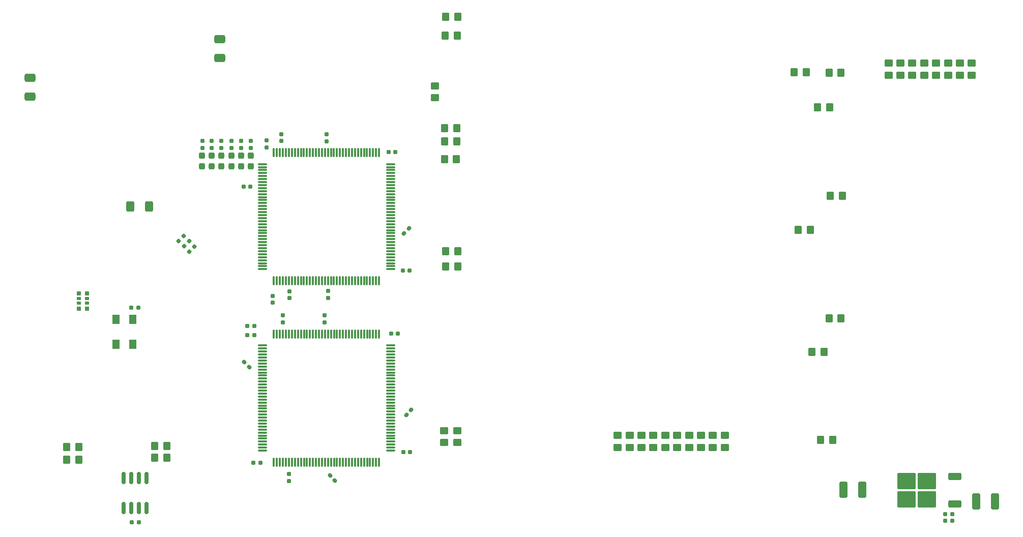
<source format=gbr>
%TF.GenerationSoftware,KiCad,Pcbnew,7.0.9*%
%TF.CreationDate,2024-02-25T17:12:21+01:00*%
%TF.ProjectId,Prometheus,50726f6d-6574-4686-9575-732e6b696361,rev?*%
%TF.SameCoordinates,Original*%
%TF.FileFunction,Paste,Top*%
%TF.FilePolarity,Positive*%
%FSLAX46Y46*%
G04 Gerber Fmt 4.6, Leading zero omitted, Abs format (unit mm)*
G04 Created by KiCad (PCBNEW 7.0.9) date 2024-02-25 17:12:21*
%MOMM*%
%LPD*%
G01*
G04 APERTURE LIST*
G04 Aperture macros list*
%AMRoundRect*
0 Rectangle with rounded corners*
0 $1 Rounding radius*
0 $2 $3 $4 $5 $6 $7 $8 $9 X,Y pos of 4 corners*
0 Add a 4 corners polygon primitive as box body*
4,1,4,$2,$3,$4,$5,$6,$7,$8,$9,$2,$3,0*
0 Add four circle primitives for the rounded corners*
1,1,$1+$1,$2,$3*
1,1,$1+$1,$4,$5*
1,1,$1+$1,$6,$7*
1,1,$1+$1,$8,$9*
0 Add four rect primitives between the rounded corners*
20,1,$1+$1,$2,$3,$4,$5,0*
20,1,$1+$1,$4,$5,$6,$7,0*
20,1,$1+$1,$6,$7,$8,$9,0*
20,1,$1+$1,$8,$9,$2,$3,0*%
G04 Aperture macros list end*
%ADD10RoundRect,0.250000X-0.450000X0.350000X-0.450000X-0.350000X0.450000X-0.350000X0.450000X0.350000X0*%
%ADD11RoundRect,0.155000X0.155000X-0.212500X0.155000X0.212500X-0.155000X0.212500X-0.155000X-0.212500X0*%
%ADD12RoundRect,0.250000X0.850000X0.350000X-0.850000X0.350000X-0.850000X-0.350000X0.850000X-0.350000X0*%
%ADD13RoundRect,0.250000X1.275000X1.125000X-1.275000X1.125000X-1.275000X-1.125000X1.275000X-1.125000X0*%
%ADD14RoundRect,0.237500X0.237500X-0.287500X0.237500X0.287500X-0.237500X0.287500X-0.237500X-0.287500X0*%
%ADD15RoundRect,0.160000X0.197500X0.160000X-0.197500X0.160000X-0.197500X-0.160000X0.197500X-0.160000X0*%
%ADD16RoundRect,0.250000X-0.350000X-0.450000X0.350000X-0.450000X0.350000X0.450000X-0.350000X0.450000X0*%
%ADD17RoundRect,0.155000X-0.212500X-0.155000X0.212500X-0.155000X0.212500X0.155000X-0.212500X0.155000X0*%
%ADD18RoundRect,0.155000X0.212500X0.155000X-0.212500X0.155000X-0.212500X-0.155000X0.212500X-0.155000X0*%
%ADD19RoundRect,0.155000X-0.155000X0.212500X-0.155000X-0.212500X0.155000X-0.212500X0.155000X0.212500X0*%
%ADD20RoundRect,0.155000X-0.040659X-0.259862X0.259862X0.040659X0.040659X0.259862X-0.259862X-0.040659X0*%
%ADD21RoundRect,0.160000X0.160000X-0.197500X0.160000X0.197500X-0.160000X0.197500X-0.160000X-0.197500X0*%
%ADD22RoundRect,0.160000X0.026517X0.252791X-0.252791X-0.026517X-0.026517X-0.252791X0.252791X0.026517X0*%
%ADD23RoundRect,0.155000X-0.259862X0.040659X0.040659X-0.259862X0.259862X-0.040659X-0.040659X0.259862X0*%
%ADD24RoundRect,0.250000X-0.400000X-0.625000X0.400000X-0.625000X0.400000X0.625000X-0.400000X0.625000X0*%
%ADD25RoundRect,0.250000X0.350000X0.450000X-0.350000X0.450000X-0.350000X-0.450000X0.350000X-0.450000X0*%
%ADD26R,0.700000X0.640000*%
%ADD27R,0.700000X0.500000*%
%ADD28R,1.200000X1.500000*%
%ADD29RoundRect,0.155000X0.259862X-0.040659X-0.040659X0.259862X-0.259862X0.040659X0.040659X-0.259862X0*%
%ADD30RoundRect,0.250000X0.450000X-0.350000X0.450000X0.350000X-0.450000X0.350000X-0.450000X-0.350000X0*%
%ADD31RoundRect,0.250000X0.650000X-0.412500X0.650000X0.412500X-0.650000X0.412500X-0.650000X-0.412500X0*%
%ADD32RoundRect,0.160000X-0.197500X-0.160000X0.197500X-0.160000X0.197500X0.160000X-0.197500X0.160000X0*%
%ADD33RoundRect,0.250000X-0.412500X-1.100000X0.412500X-1.100000X0.412500X1.100000X-0.412500X1.100000X0*%
%ADD34RoundRect,0.150000X0.150000X-0.825000X0.150000X0.825000X-0.150000X0.825000X-0.150000X-0.825000X0*%
%ADD35RoundRect,0.075000X-0.662500X-0.075000X0.662500X-0.075000X0.662500X0.075000X-0.662500X0.075000X0*%
%ADD36RoundRect,0.075000X-0.075000X-0.662500X0.075000X-0.662500X0.075000X0.662500X-0.075000X0.662500X0*%
%ADD37RoundRect,0.250000X0.412500X1.100000X-0.412500X1.100000X-0.412500X-1.100000X0.412500X-1.100000X0*%
G04 APERTURE END LIST*
D10*
%TO.C,R11*%
X-41910000Y-2606800D03*
X-41910000Y-4606800D03*
%TD*%
%TO.C,R21*%
X-4748000Y59369200D03*
X-4748000Y57369200D03*
%TD*%
D11*
%TO.C,C7*%
X-111760000Y46422500D03*
X-111760000Y47557500D03*
%TD*%
D12*
%TO.C,VR100*%
X304200Y-13965000D03*
D13*
X-4320800Y-13210000D03*
X-4320800Y-10160000D03*
X-7670800Y-13210000D03*
X-7670800Y-10160000D03*
D12*
X304200Y-9405000D03*
%TD*%
D14*
%TO.C,LED6*%
X-124956000Y42203400D03*
X-124956000Y43953400D03*
%TD*%
D15*
%TO.C,R102*%
X-62900Y-16764000D03*
X-1257900Y-16764000D03*
%TD*%
D16*
%TO.C,R201*%
X-132826000Y-6299200D03*
X-130826000Y-6299200D03*
%TD*%
D10*
%TO.C,R10*%
X-37944800Y-2606800D03*
X-37944800Y-4606800D03*
%TD*%
D17*
%TO.C,C207*%
X-91448700Y-5384800D03*
X-90313700Y-5384800D03*
%TD*%
D18*
%TO.C,C206*%
X-115256500Y-7112000D03*
X-116391500Y-7112000D03*
%TD*%
D19*
%TO.C,C6*%
X-113182400Y20633500D03*
X-113182400Y19498500D03*
%TD*%
D20*
%TO.C,C4*%
X-91333283Y31043917D03*
X-90530717Y31846483D03*
%TD*%
D10*
%TO.C,R15*%
X-47853600Y-2606800D03*
X-47853600Y-4606800D03*
%TD*%
D21*
%TO.C,R36*%
X-123342400Y45274900D03*
X-123342400Y46469900D03*
%TD*%
D15*
%TO.C,R1*%
X-116203800Y15595600D03*
X-117398800Y15595600D03*
%TD*%
D10*
%TO.C,R8*%
X-84624800Y-1786000D03*
X-84624800Y-3786000D03*
%TD*%
D19*
%TO.C,C9*%
X-110439200Y21395500D03*
X-110439200Y20260500D03*
%TD*%
D14*
%TO.C,LED4*%
X-121709600Y42203400D03*
X-121709600Y43953400D03*
%TD*%
D19*
%TO.C,C1*%
X-103936800Y21446300D03*
X-103936800Y20311300D03*
%TD*%
D10*
%TO.C,R28*%
X1195600Y59369200D03*
X1195600Y57369200D03*
%TD*%
D22*
%TO.C,R40*%
X-126221904Y28870496D03*
X-127066896Y28025504D03*
%TD*%
D23*
%TO.C,C209*%
X-103626883Y-9301517D03*
X-102824317Y-10104083D03*
%TD*%
D24*
%TO.C,R300*%
X-136907200Y35509200D03*
X-133807200Y35509200D03*
%TD*%
D25*
%TO.C,R43*%
X-21428200Y11328400D03*
X-23428200Y11328400D03*
%TD*%
D11*
%TO.C,C204*%
X-111506000Y16247300D03*
X-111506000Y17382300D03*
%TD*%
D10*
%TO.C,R31*%
X-785600Y59369200D03*
X-785600Y57369200D03*
%TD*%
D21*
%TO.C,R35*%
X-121716800Y45274900D03*
X-121716800Y46469900D03*
%TD*%
D26*
%TO.C,RA202*%
X-145468800Y21082000D03*
D27*
X-145468800Y20212000D03*
X-145468800Y19412000D03*
D26*
X-145468800Y18542000D03*
X-144068800Y18542000D03*
D27*
X-144068800Y19412000D03*
X-144068800Y20212000D03*
D26*
X-144068800Y21082000D03*
%TD*%
D10*
%TO.C,R41*%
X-49834800Y-2606800D03*
X-49834800Y-4606800D03*
%TD*%
D17*
%TO.C,C203*%
X-93480700Y14376400D03*
X-92345700Y14376400D03*
%TD*%
D21*
%TO.C,R33*%
X-118465600Y45274900D03*
X-118465600Y46469900D03*
%TD*%
D10*
%TO.C,R14*%
X-45872400Y-2606800D03*
X-45872400Y-4606800D03*
%TD*%
D28*
%TO.C,Q203*%
X-139299600Y16713200D03*
X-139299600Y12613200D03*
X-136499600Y12613200D03*
X-136499600Y16713200D03*
%TD*%
D29*
%TO.C,C202*%
X-117094000Y8788400D03*
X-117896566Y9590966D03*
%TD*%
D21*
%TO.C,R34*%
X-120091200Y45274900D03*
X-120091200Y46469900D03*
%TD*%
D16*
%TO.C,R3*%
X-84413600Y25501600D03*
X-82413600Y25501600D03*
%TD*%
%TO.C,R210*%
X-147456400Y-6654800D03*
X-145456400Y-6654800D03*
%TD*%
D14*
%TO.C,LED5*%
X-123332800Y42203400D03*
X-123332800Y43953400D03*
%TD*%
D11*
%TO.C,C201*%
X-104546400Y16247300D03*
X-104546400Y17382300D03*
%TD*%
D17*
%TO.C,C3*%
X-93887100Y44551600D03*
X-92752100Y44551600D03*
%TD*%
D16*
%TO.C,R4*%
X-84616800Y43434000D03*
X-82616800Y43434000D03*
%TD*%
D10*
%TO.C,R18*%
X-10691600Y59369200D03*
X-10691600Y57369200D03*
%TD*%
D14*
%TO.C,LED2*%
X-118463200Y42203400D03*
X-118463200Y43953400D03*
%TD*%
D18*
%TO.C,C230*%
X-135576500Y18643600D03*
X-136711500Y18643600D03*
%TD*%
D25*
%TO.C,R7*%
X-82413600Y67106800D03*
X-84413600Y67106800D03*
%TD*%
D17*
%TO.C,C5*%
X-91550300Y24892000D03*
X-90415300Y24892000D03*
%TD*%
D25*
%TO.C,R44*%
X-23714200Y31648400D03*
X-25714200Y31648400D03*
%TD*%
D10*
%TO.C,R16*%
X-55778400Y-2606800D03*
X-55778400Y-4606800D03*
%TD*%
D16*
%TO.C,R23*%
X-20608800Y16916400D03*
X-18608800Y16916400D03*
%TD*%
D19*
%TO.C,C208*%
X-110490000Y-9033700D03*
X-110490000Y-10168700D03*
%TD*%
D16*
%TO.C,R209*%
X-147456400Y-4521200D03*
X-145456400Y-4521200D03*
%TD*%
D21*
%TO.C,R37*%
X-124917200Y45274900D03*
X-124917200Y46469900D03*
%TD*%
D22*
%TO.C,R39*%
X-127120208Y29750192D03*
X-127965200Y28905200D03*
%TD*%
D30*
%TO.C,R26*%
X-86156800Y53622100D03*
X-86156800Y55622100D03*
%TD*%
%TO.C,R2*%
X-82491200Y-3786000D03*
X-82491200Y-1786000D03*
%TD*%
D16*
%TO.C,R22*%
X-21980400Y-3352800D03*
X-19980400Y-3352800D03*
%TD*%
D10*
%TO.C,R30*%
X3170083Y59369200D03*
X3170083Y57369200D03*
%TD*%
D14*
%TO.C,LED1*%
X-116840000Y42203400D03*
X-116840000Y43953400D03*
%TD*%
D10*
%TO.C,R20*%
X-8710400Y59369200D03*
X-8710400Y57369200D03*
%TD*%
D31*
%TO.C,C309*%
X-153619200Y53821800D03*
X-153619200Y56946800D03*
%TD*%
D22*
%TO.C,R38*%
X-128050704Y30648496D03*
X-128895696Y29803504D03*
%TD*%
D10*
%TO.C,R17*%
X-53797200Y-2606800D03*
X-53797200Y-4606800D03*
%TD*%
D25*
%TO.C,R9*%
X-82413600Y28041600D03*
X-84413600Y28041600D03*
%TD*%
%TO.C,R46*%
X-24400000Y57835800D03*
X-26400000Y57835800D03*
%TD*%
D32*
%TO.C,R101*%
X-1257900Y-15697200D03*
X-62900Y-15697200D03*
%TD*%
D31*
%TO.C,C310*%
X-121970800Y60261100D03*
X-121970800Y63386100D03*
%TD*%
D11*
%TO.C,C10*%
X-114198400Y45355700D03*
X-114198400Y46490700D03*
%TD*%
D16*
%TO.C,R24*%
X-20389600Y37338000D03*
X-18389600Y37338000D03*
%TD*%
D25*
%TO.C,R6*%
X-82566000Y48564800D03*
X-84566000Y48564800D03*
%TD*%
D33*
%TO.C,C12*%
X3885400Y-13563600D03*
X7010400Y-13563600D03*
%TD*%
D20*
%TO.C,C205*%
X-90926883Y817917D03*
X-90124317Y1620483D03*
%TD*%
D18*
%TO.C,C2*%
X-116882100Y38811200D03*
X-118017100Y38811200D03*
%TD*%
D10*
%TO.C,R42*%
X-51816000Y-2606800D03*
X-51816000Y-4606800D03*
%TD*%
D11*
%TO.C,C8*%
X-104241600Y46371700D03*
X-104241600Y47506700D03*
%TD*%
D21*
%TO.C,R32*%
X-116840000Y45274900D03*
X-116840000Y46469900D03*
%TD*%
D10*
%TO.C,R29*%
X-2766800Y59369200D03*
X-2766800Y57369200D03*
%TD*%
D34*
%TO.C,IC220*%
X-137972800Y-14667000D03*
X-136702800Y-14667000D03*
X-135432800Y-14667000D03*
X-134162800Y-14667000D03*
X-134162800Y-9717000D03*
X-135432800Y-9717000D03*
X-136702800Y-9717000D03*
X-137972800Y-9717000D03*
%TD*%
D16*
%TO.C,R45*%
X-22513800Y52070000D03*
X-20513800Y52070000D03*
%TD*%
D35*
%TO.C,IC201H1*%
X-114904100Y42582800D03*
X-114904100Y42082800D03*
X-114904100Y41582800D03*
X-114904100Y41082800D03*
X-114904100Y40582800D03*
X-114904100Y40082800D03*
X-114904100Y39582800D03*
X-114904100Y39082800D03*
X-114904100Y38582800D03*
X-114904100Y38082800D03*
X-114904100Y37582800D03*
X-114904100Y37082800D03*
X-114904100Y36582800D03*
X-114904100Y36082800D03*
X-114904100Y35582800D03*
X-114904100Y35082800D03*
X-114904100Y34582800D03*
X-114904100Y34082800D03*
X-114904100Y33582800D03*
X-114904100Y33082800D03*
X-114904100Y32582800D03*
X-114904100Y32082800D03*
X-114904100Y31582800D03*
X-114904100Y31082800D03*
X-114904100Y30582800D03*
X-114904100Y30082800D03*
X-114904100Y29582800D03*
X-114904100Y29082800D03*
X-114904100Y28582800D03*
X-114904100Y28082800D03*
X-114904100Y27582800D03*
X-114904100Y27082800D03*
X-114904100Y26582800D03*
X-114904100Y26082800D03*
X-114904100Y25582800D03*
X-114904100Y25082800D03*
D36*
X-112991600Y23170300D03*
X-112491600Y23170300D03*
X-111991600Y23170300D03*
X-111491600Y23170300D03*
X-110991600Y23170300D03*
X-110491600Y23170300D03*
X-109991600Y23170300D03*
X-109491600Y23170300D03*
X-108991600Y23170300D03*
X-108491600Y23170300D03*
X-107991600Y23170300D03*
X-107491600Y23170300D03*
X-106991600Y23170300D03*
X-106491600Y23170300D03*
X-105991600Y23170300D03*
X-105491600Y23170300D03*
X-104991600Y23170300D03*
X-104491600Y23170300D03*
X-103991600Y23170300D03*
X-103491600Y23170300D03*
X-102991600Y23170300D03*
X-102491600Y23170300D03*
X-101991600Y23170300D03*
X-101491600Y23170300D03*
X-100991600Y23170300D03*
X-100491600Y23170300D03*
X-99991600Y23170300D03*
X-99491600Y23170300D03*
X-98991600Y23170300D03*
X-98491600Y23170300D03*
X-97991600Y23170300D03*
X-97491600Y23170300D03*
X-96991600Y23170300D03*
X-96491600Y23170300D03*
X-95991600Y23170300D03*
X-95491600Y23170300D03*
D35*
X-93579100Y25082800D03*
X-93579100Y25582800D03*
X-93579100Y26082800D03*
X-93579100Y26582800D03*
X-93579100Y27082800D03*
X-93579100Y27582800D03*
X-93579100Y28082800D03*
X-93579100Y28582800D03*
X-93579100Y29082800D03*
X-93579100Y29582800D03*
X-93579100Y30082800D03*
X-93579100Y30582800D03*
X-93579100Y31082800D03*
X-93579100Y31582800D03*
X-93579100Y32082800D03*
X-93579100Y32582800D03*
X-93579100Y33082800D03*
X-93579100Y33582800D03*
X-93579100Y34082800D03*
X-93579100Y34582800D03*
X-93579100Y35082800D03*
X-93579100Y35582800D03*
X-93579100Y36082800D03*
X-93579100Y36582800D03*
X-93579100Y37082800D03*
X-93579100Y37582800D03*
X-93579100Y38082800D03*
X-93579100Y38582800D03*
X-93579100Y39082800D03*
X-93579100Y39582800D03*
X-93579100Y40082800D03*
X-93579100Y40582800D03*
X-93579100Y41082800D03*
X-93579100Y41582800D03*
X-93579100Y42082800D03*
X-93579100Y42582800D03*
D36*
X-95491600Y44495300D03*
X-95991600Y44495300D03*
X-96491600Y44495300D03*
X-96991600Y44495300D03*
X-97491600Y44495300D03*
X-97991600Y44495300D03*
X-98491600Y44495300D03*
X-98991600Y44495300D03*
X-99491600Y44495300D03*
X-99991600Y44495300D03*
X-100491600Y44495300D03*
X-100991600Y44495300D03*
X-101491600Y44495300D03*
X-101991600Y44495300D03*
X-102491600Y44495300D03*
X-102991600Y44495300D03*
X-103491600Y44495300D03*
X-103991600Y44495300D03*
X-104491600Y44495300D03*
X-104991600Y44495300D03*
X-105491600Y44495300D03*
X-105991600Y44495300D03*
X-106491600Y44495300D03*
X-106991600Y44495300D03*
X-107491600Y44495300D03*
X-107991600Y44495300D03*
X-108491600Y44495300D03*
X-108991600Y44495300D03*
X-109491600Y44495300D03*
X-109991600Y44495300D03*
X-110491600Y44495300D03*
X-110991600Y44495300D03*
X-111491600Y44495300D03*
X-111991600Y44495300D03*
X-112491600Y44495300D03*
X-112991600Y44495300D03*
%TD*%
D10*
%TO.C,R12*%
X-39928800Y-2606800D03*
X-39928800Y-4606800D03*
%TD*%
%TO.C,R13*%
X-43891200Y-2606800D03*
X-43891200Y-4606800D03*
%TD*%
D16*
%TO.C,R25*%
X-20608800Y57810400D03*
X-18608800Y57810400D03*
%TD*%
%TO.C,R5*%
X-84464400Y63957200D03*
X-82464400Y63957200D03*
%TD*%
D37*
%TO.C,C11*%
X-15049100Y-11633200D03*
X-18174100Y-11633200D03*
%TD*%
D14*
%TO.C,LED3*%
X-120086400Y42203400D03*
X-120086400Y43953400D03*
%TD*%
D18*
%TO.C,C200*%
X-116272500Y14071600D03*
X-117407500Y14071600D03*
%TD*%
D35*
%TO.C,IC200L1*%
X-114898600Y12374400D03*
X-114898600Y11874400D03*
X-114898600Y11374400D03*
X-114898600Y10874400D03*
X-114898600Y10374400D03*
X-114898600Y9874400D03*
X-114898600Y9374400D03*
X-114898600Y8874400D03*
X-114898600Y8374400D03*
X-114898600Y7874400D03*
X-114898600Y7374400D03*
X-114898600Y6874400D03*
X-114898600Y6374400D03*
X-114898600Y5874400D03*
X-114898600Y5374400D03*
X-114898600Y4874400D03*
X-114898600Y4374400D03*
X-114898600Y3874400D03*
X-114898600Y3374400D03*
X-114898600Y2874400D03*
X-114898600Y2374400D03*
X-114898600Y1874400D03*
X-114898600Y1374400D03*
X-114898600Y874400D03*
X-114898600Y374400D03*
X-114898600Y-125600D03*
X-114898600Y-625600D03*
X-114898600Y-1125600D03*
X-114898600Y-1625600D03*
X-114898600Y-2125600D03*
X-114898600Y-2625600D03*
X-114898600Y-3125600D03*
X-114898600Y-3625600D03*
X-114898600Y-4125600D03*
X-114898600Y-4625600D03*
X-114898600Y-5125600D03*
D36*
X-112986100Y-7038100D03*
X-112486100Y-7038100D03*
X-111986100Y-7038100D03*
X-111486100Y-7038100D03*
X-110986100Y-7038100D03*
X-110486100Y-7038100D03*
X-109986100Y-7038100D03*
X-109486100Y-7038100D03*
X-108986100Y-7038100D03*
X-108486100Y-7038100D03*
X-107986100Y-7038100D03*
X-107486100Y-7038100D03*
X-106986100Y-7038100D03*
X-106486100Y-7038100D03*
X-105986100Y-7038100D03*
X-105486100Y-7038100D03*
X-104986100Y-7038100D03*
X-104486100Y-7038100D03*
X-103986100Y-7038100D03*
X-103486100Y-7038100D03*
X-102986100Y-7038100D03*
X-102486100Y-7038100D03*
X-101986100Y-7038100D03*
X-101486100Y-7038100D03*
X-100986100Y-7038100D03*
X-100486100Y-7038100D03*
X-99986100Y-7038100D03*
X-99486100Y-7038100D03*
X-98986100Y-7038100D03*
X-98486100Y-7038100D03*
X-97986100Y-7038100D03*
X-97486100Y-7038100D03*
X-96986100Y-7038100D03*
X-96486100Y-7038100D03*
X-95986100Y-7038100D03*
X-95486100Y-7038100D03*
D35*
X-93573600Y-5125600D03*
X-93573600Y-4625600D03*
X-93573600Y-4125600D03*
X-93573600Y-3625600D03*
X-93573600Y-3125600D03*
X-93573600Y-2625600D03*
X-93573600Y-2125600D03*
X-93573600Y-1625600D03*
X-93573600Y-1125600D03*
X-93573600Y-625600D03*
X-93573600Y-125600D03*
X-93573600Y374400D03*
X-93573600Y874400D03*
X-93573600Y1374400D03*
X-93573600Y1874400D03*
X-93573600Y2374400D03*
X-93573600Y2874400D03*
X-93573600Y3374400D03*
X-93573600Y3874400D03*
X-93573600Y4374400D03*
X-93573600Y4874400D03*
X-93573600Y5374400D03*
X-93573600Y5874400D03*
X-93573600Y6374400D03*
X-93573600Y6874400D03*
X-93573600Y7374400D03*
X-93573600Y7874400D03*
X-93573600Y8374400D03*
X-93573600Y8874400D03*
X-93573600Y9374400D03*
X-93573600Y9874400D03*
X-93573600Y10374400D03*
X-93573600Y10874400D03*
X-93573600Y11374400D03*
X-93573600Y11874400D03*
X-93573600Y12374400D03*
D36*
X-95486100Y14286900D03*
X-95986100Y14286900D03*
X-96486100Y14286900D03*
X-96986100Y14286900D03*
X-97486100Y14286900D03*
X-97986100Y14286900D03*
X-98486100Y14286900D03*
X-98986100Y14286900D03*
X-99486100Y14286900D03*
X-99986100Y14286900D03*
X-100486100Y14286900D03*
X-100986100Y14286900D03*
X-101486100Y14286900D03*
X-101986100Y14286900D03*
X-102486100Y14286900D03*
X-102986100Y14286900D03*
X-103486100Y14286900D03*
X-103986100Y14286900D03*
X-104486100Y14286900D03*
X-104986100Y14286900D03*
X-105486100Y14286900D03*
X-105986100Y14286900D03*
X-106486100Y14286900D03*
X-106986100Y14286900D03*
X-107486100Y14286900D03*
X-107986100Y14286900D03*
X-108486100Y14286900D03*
X-108986100Y14286900D03*
X-109486100Y14286900D03*
X-109986100Y14286900D03*
X-110486100Y14286900D03*
X-110986100Y14286900D03*
X-111486100Y14286900D03*
X-111986100Y14286900D03*
X-112486100Y14286900D03*
X-112986100Y14286900D03*
%TD*%
D25*
%TO.C,R27*%
X-82566000Y46380400D03*
X-84566000Y46380400D03*
%TD*%
D17*
%TO.C,C220*%
X-136609900Y-17068800D03*
X-135474900Y-17068800D03*
%TD*%
D16*
%TO.C,R202*%
X-132826000Y-4318000D03*
X-130826000Y-4318000D03*
%TD*%
D10*
%TO.C,R19*%
X-6729200Y59369200D03*
X-6729200Y57369200D03*
%TD*%
M02*

</source>
